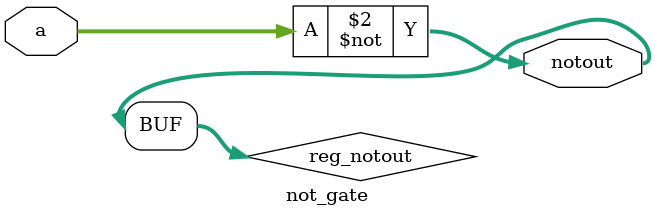
<source format=v>
module not_gate (a, notout);
    //---------------------------------------------
    //Inputs/Outputs/regs
    //---------------------------------------------
    input [15:0] a;
    output [15:0] notout;
  
    reg [15:0] reg_notout;
  
    always @(*) begin
        reg_notout = ~a ;
    end

    assign notout = reg_notout;

endmodule



</source>
